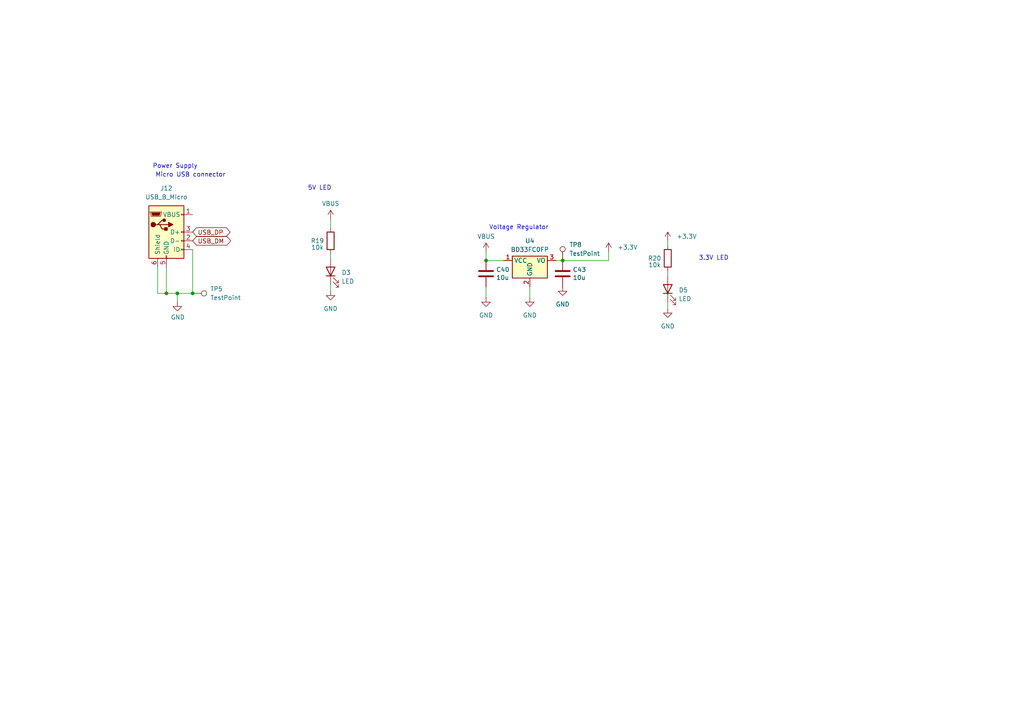
<source format=kicad_sch>
(kicad_sch (version 20250114) (generator "eeschema") (generator_version "9.0")
  (paper "A4")
  (lib_symbols
    (symbol "Connector:TestPoint" (pin_numbers (hide yes)) (pin_names (offset 0.762) (hide yes))
      (property "Reference" "TP" (at 0 6.858 0))
      (property "Value" "TestPoint" (at 0 5.08 0))
      (symbol "TestPoint_0_1"
        (circle (center 0 3.302) (radius 0.762))
      )
      (symbol "TestPoint_1_1"
        (pin passive line (at 0 0 90) (length 2.54) (name "1") (number "1"))
      )
    )
    (symbol "Connector:USB_B_Micro" (pin_names (offset 1.016))
      (property "Reference" "J2" (at 0 12.7 0))
      (property "Value" "USB_B_Micro" (at 0 10.16 0))
      (symbol "USB_B_Micro_0_1"
        (rectangle (start -5.08 -7.62) (end 5.08 7.62) (stroke (width 0.254)) (fill (type background)))
        (polyline (pts (xy -4.699 5.842) (xy -4.699 5.588) (xy -4.445 4.826) (xy -4.445 4.572) (xy -1.651 4.572) (xy -1.651 4.826) (xy -1.397 5.588) (xy -1.397 5.842) (xy -4.699 5.842)))
        (polyline (pts (xy -4.318 5.588) (xy -1.778 5.588) (xy -2.032 4.826) (xy -4.064 4.826) (xy -4.318 5.588)) (fill (type outline)))
        (circle (center -3.81 2.159) (radius 0.635) (stroke (width 0.254)) (fill (type outline)))
        (polyline (pts (xy -3.175 2.159) (xy -2.54 2.159) (xy -1.27 3.429) (xy -0.635 3.429)) (stroke (width 0.254)))
        (polyline (pts (xy -2.54 2.159) (xy -1.905 2.159) (xy -1.27 0.889) (xy 0 0.889)) (stroke (width 0.254)))
        (polyline (pts (xy -1.905 2.159) (xy 0.635 2.159)) (stroke (width 0.254)))
        (circle (center -0.635 3.429) (radius 0.381) (stroke (width 0.254)) (fill (type outline)))
        (rectangle (start -0.127 -7.62) (end 0.127 -6.858))
        (rectangle (start 0.254 1.27) (end -0.508 0.508) (stroke (width 0.254)) (fill (type outline)))
        (polyline (pts (xy 0.635 2.794) (xy 0.635 1.524) (xy 1.905 2.159) (xy 0.635 2.794)) (stroke (width 0.254)) (fill (type outline)))
        (rectangle (start 5.08 4.953) (end 4.318 5.207))
        (rectangle (start 5.08 -0.127) (end 4.318 0.127))
        (rectangle (start 5.08 -2.667) (end 4.318 -2.413))
        (rectangle (start 5.08 -5.207) (end 4.318 -4.953))
      )
      (symbol "USB_B_Micro_1_1"
        (pin passive line (at -2.54 -10.16 90) (length 2.54) (name "Shield") (number "6"))
        (pin power_out line (at 0 -10.16 90) (length 2.54) (name "GND") (number "5"))
        (pin power_out line (at 7.62 5.08 180) (length 2.54) (name "VBUS") (number "1"))
        (pin bidirectional line (at 7.62 0 180) (length 2.54) (name "D+") (number "3"))
        (pin bidirectional line (at 7.62 -2.54 180) (length 2.54) (name "D-") (number "2"))
        (pin passive line (at 7.62 -5.08 180) (length 2.54) (name "ID") (number "4"))
      )
    )
    (symbol "Device:C" (pin_numbers (hide yes)) (pin_names (offset 0.254))
      (property "Reference" "C" (at 0.635 2.54 0))
      (property "Value" "C" (at 0.635 -2.54 0))
      (symbol "C_0_1"
        (polyline (pts (xy -2.032 0.762) (xy 2.032 0.762)) (stroke (width 0.508)))
        (polyline (pts (xy -2.032 -0.762) (xy 2.032 -0.762)) (stroke (width 0.508)))
      )
      (symbol "C_1_1"
        (pin passive line (at 0 3.81 270) (length 2.794) (name "~") (number "1"))
        (pin passive line (at 0 -3.81 90) (length 2.794) (name "~") (number "2"))
      )
    )
    (symbol "Device:LED" (pin_numbers (hide yes)) (pin_names (offset 1.016) (hide yes))
      (property "Reference" "D" (at 0 2.54 0))
      (property "Value" "LED" (at 0 -2.54 0))
      (symbol "LED_0_1"
        (polyline (pts (xy -3.048 -0.762) (xy -4.572 -2.286) (xy -3.81 -2.286) (xy -4.572 -2.286) (xy -4.572 -1.524)))
        (polyline (pts (xy -1.778 -0.762) (xy -3.302 -2.286) (xy -2.54 -2.286) (xy -3.302 -2.286) (xy -3.302 -1.524)))
        (polyline (pts (xy -1.27 0) (xy 1.27 0)))
        (polyline (pts (xy -1.27 -1.27) (xy -1.27 1.27)) (stroke (width 0.254)))
        (polyline (pts (xy 1.27 -1.27) (xy 1.27 1.27) (xy -1.27 0) (xy 1.27 -1.27)) (stroke (width 0.254)))
      )
      (symbol "LED_1_1"
        (pin passive line (at -3.81 0 0) (length 2.54) (name "K") (number "1"))
        (pin passive line (at 3.81 0 180) (length 2.54) (name "A") (number "2"))
      )
    )
    (symbol "Device:R" (pin_numbers (hide yes)) (pin_names (offset 0))
      (property "Reference" "R" (at 2.032 0 90))
      (property "Value" "R" (at 0 0 90))
      (symbol "R_0_1"
        (rectangle (start -1.016 -2.54) (end 1.016 2.54) (stroke (width 0.254)))
      )
      (symbol "R_1_1"
        (pin passive line (at 0 3.81 270) (length 1.27) (name "~") (number "1"))
        (pin passive line (at 0 -3.81 90) (length 1.27) (name "~") (number "2"))
      )
    )
    (symbol "Regulator_Linear:BD33FC0FP"
      (property "Reference" "U" (at 0 7.62 0))
      (property "Value" "BD33FC0FP" (at 0 5.08 0))
      (symbol "BD33FC0FP_1_1"
        (rectangle (start -5.08 -5.08) (end 5.08 1.27) (stroke (width 0.254)) (fill (type background)))
        (pin power_in line (at -7.62 0 0) (length 2.54) (name "VCC") (number "1"))
        (pin power_in line (at 0 -7.62 90) (length 2.54) (name "GND") (number "2"))
        (pin power_out line (at 7.62 0 180) (length 2.54) (name "VO") (number "3"))
      )
    )
    (symbol "power:+3.3V" (power) (pin_numbers (hide yes)) (pin_names (offset 0) (hide yes))
      (property "Value" "+3.3V" (at 0 3.556 0))
      (symbol "+3.3V_0_1"
        (polyline (pts (xy -0.762 1.27) (xy 0 2.54)))
        (polyline (pts (xy 0 2.54) (xy 0.762 1.27)))
        (polyline (pts (xy 0 0) (xy 0 2.54)))
      )
      (symbol "+3.3V_1_1"
        (pin power_in line (at 0 0 90) (length 0) (name "~") (number "1"))
      )
    )
    (symbol "power:GND" (power) (pin_numbers (hide yes)) (pin_names (offset 0) (hide yes))
      (property "Value" "GND" (at 0 -3.81 0))
      (symbol "GND_0_1"
        (polyline (pts (xy 0 0) (xy 0 -1.27) (xy 1.27 -1.27) (xy 0 -2.54) (xy -1.27 -1.27) (xy 0 -1.27)))
      )
      (symbol "GND_1_1"
        (pin power_in line (at 0 0 270) (length 0) (name "~") (number "1"))
      )
    )
    (symbol "power:VBUS" (power) (pin_numbers (hide yes)) (pin_names (offset 0) (hide yes))
      (property "Value" "VBUS" (at 0 3.556 0))
      (symbol "VBUS_0_1"
        (polyline (pts (xy -0.762 1.27) (xy 0 2.54)))
        (polyline (pts (xy 0 2.54) (xy 0.762 1.27)))
        (polyline (pts (xy 0 0) (xy 0 2.54)))
      )
      (symbol "VBUS_1_1"
        (pin power_in line (at 0 0 90) (length 0) (name "~") (number "1"))
      )
    )
  )
  (text "3.3V LED" (at 207.01 74.93 0) (effects (font (size 1.27 1.27))))
  (text "5V LED" (at 92.71 54.61 0) (effects (font (size 1.27 1.27))))
  (text "Micro USB connector" (at 55.245 50.8 0) (effects (font (size 1.27 1.27))))
  (text "Power Supply" (at 50.8 48.26 0) (effects (font (size 1.27 1.27))))
  (text "Voltage Regulator" (at 150.495 66.04 0) (effects (font (size 1.27 1.27))))
  (junction (at 55.88 85.09))
  (junction (at 163.195 75.565))
  (junction (at 51.435 85.09))
  (junction (at 140.97 75.565))
  (junction (at 48.26 85.09))
  (wire (pts (xy 51.435 85.09) (xy 55.88 85.09)))
  (wire (pts (xy 95.885 82.55) (xy 95.885 84.455)))
  (wire (pts (xy 176.53 75.565) (xy 163.195 75.565)))
  (wire (pts (xy 140.97 86.36) (xy 140.97 83.185)))
  (wire (pts (xy 140.97 73.025) (xy 140.97 75.565)))
  (wire (pts (xy 51.435 85.09) (xy 51.435 87.63)))
  (wire (pts (xy 140.97 75.565) (xy 146.05 75.565)))
  (wire (pts (xy 48.26 85.09) (xy 51.435 85.09)))
  (wire (pts (xy 55.88 72.39) (xy 55.88 85.09)))
  (wire (pts (xy 153.67 83.185) (xy 153.67 86.36)))
  (wire (pts (xy 193.675 69.85) (xy 193.675 71.12)))
  (wire (pts (xy 45.72 77.47) (xy 45.72 85.09)))
  (wire (pts (xy 193.675 87.63) (xy 193.675 89.535)))
  (wire (pts (xy 45.72 85.09) (xy 48.26 85.09)))
  (wire (pts (xy 176.53 73.025) (xy 176.53 75.565)))
  (wire (pts (xy 193.675 78.74) (xy 193.675 80.01)))
  (wire (pts (xy 161.29 75.565) (xy 163.195 75.565)))
  (wire (pts (xy 95.885 63.5) (xy 95.885 66.04)))
  (wire (pts (xy 48.26 77.47) (xy 48.26 85.09)))
  (wire (pts (xy 95.885 73.66) (xy 95.885 74.93)))
  (global_label "USB_DP" (shape bidirectional) (at 55.88 67.31 0) (effects (font (thickness 0.1588))) (property "Intersheetrefs" "${INTERSHEET_REFS}" (effects (hide yes))))
  (global_label "USB_DM" (shape bidirectional) (at 55.88 69.85 0) (effects (font (thickness 0.1588))) (property "Intersheetrefs" "${INTERSHEET_REFS}" (effects (hide yes))))
  (symbol (lib_id "power:VBUS") (at 140.97 73.025 0) (unit 1)
    (property "Reference" "#PWR01" (effects (hide yes)))
    (property "Value" "VBUS" (at 140.97 68.58 0))
    (property "Description" "Power symbol creates a global label with name \"VBUS\"" (effects (hide yes)))
  )
  (symbol (lib_id "Device:C") (at 140.97 79.375 0) (unit 1)
    (property "Reference" "C40" (at 143.891 78.2066 0) (effects (justify left)))
    (property "Value" "10u" (at 143.891 80.518 0) (effects (justify left)))
    (property "Footprint" "Capacitor_SMD:C_0402_1005Metric" (effects (hide yes)))
  )
  (symbol (lib_id "power:GND") (at 163.195 83.185 0) (unit 1)
    (property "Reference" "#PWR07" (effects (hide yes)))
    (property "Value" "GND" (at 163.195 88.265 0))
    (property "Description" "Power symbol creates a global label with name \"GND\" , ground" (effects (hide yes)))
  )
  (symbol (lib_id "Connector:TestPoint") (at 163.195 75.565 0) (unit 1)
    (property "Reference" "TP8" (at 165.1 70.9929 0) (effects (justify left)))
    (property "Value" "TestPoint" (at 165.1 73.5329 0) (effects (justify left)))
    (property "Footprint" "1my_footprints:TestPoint_Loop_D1.80mm_Drill1.0mm_Beaded" (effects (hide yes)))
    (property "Description" "test point" (effects (hide yes)))
  )
  (symbol (lib_id "power:+3.3V") (at 193.675 69.85 0) (unit 1)
    (property "Reference" "#PWR094" (effects (hide yes)))
    (property "Value" "+3.3V" (at 196.215 68.5799 0) (effects (justify left)))
    (property "Description" "Power symbol creates a global label with name \"+3.3V\"" (effects (hide yes)))
  )
  (symbol (lib_id "power:VBUS") (at 95.885 63.5 0) (unit 1)
    (property "Reference" "#PWR02" (effects (hide yes)))
    (property "Value" "VBUS" (at 95.885 59.055 0))
    (property "Description" "Power symbol creates a global label with name \"VBUS\"" (effects (hide yes)))
  )
  (symbol (lib_id "Device:LED") (at 95.885 78.74 90) (unit 1)
    (property "Reference" "D3" (at 99.06 79.0574 90) (effects (justify right)))
    (property "Value" "LED" (at 99.06 81.5974 90) (effects (justify right)))
    (property "Footprint" "LED_SMD:LED_0603_1608Metric" (effects (hide yes)))
    (property "Description" "Light emitting diode" (effects (hide yes)))
    (property "Sim.Pins" "1=K 2=A" (effects (hide yes)))
  )
  (symbol (lib_id "power:GND") (at 153.67 86.36 0) (unit 1)
    (property "Reference" "#PWR06" (effects (hide yes)))
    (property "Value" "GND" (at 153.67 91.44 0))
    (property "Description" "Power symbol creates a global label with name \"GND\" , ground" (effects (hide yes)))
  )
  (symbol (lib_id "Device:R") (at 95.885 69.85 0) (unit 1)
    (property "Reference" "R19" (at 92.075 69.85 0))
    (property "Value" "10k" (at 92.075 71.755 0))
    (property "Footprint" "Resistor_SMD:R_0402_1005Metric" (effects (hide yes)))
  )
  (symbol (lib_id "power:GND") (at 140.97 86.36 0) (unit 1)
    (property "Reference" "#PWR087" (effects (hide yes)))
    (property "Value" "GND" (at 140.97 91.44 0))
    (property "Description" "Power symbol creates a global label with name \"GND\" , ground" (effects (hide yes)))
  )
  (symbol (lib_id "Regulator_Linear:BD33FC0FP") (at 153.67 75.565 0) (unit 1)
    (property "Reference" "U4" (at 153.67 69.85 0))
    (property "Value" "BD33FC0FP" (at 153.67 72.39 0))
    (property "Footprint" "Package_TO_SOT_SMD:TO-252-2" (effects (hide yes)))
    (property "Datasheet" "https://fscdn.rohm.com/en/products/databook/datasheet/ic/power/linear_regulator/bdxxfc0wefj-e.pdf" (effects (hide yes)))
    (property "Description" "1A, 3.3V LDO regulator with OVP & TSP, without enable, TO-252" (effects (hide yes)))
  )
  (symbol (lib_id "power:GND") (at 51.435 87.63 0) (unit 1)
    (property "Reference" "#PWR0111" (effects (hide yes)))
    (property "Value" "GND" (at 51.562 92.0242 0))
  )
  (symbol (lib_id "Connector:TestPoint") (at 55.88 85.09 270) (unit 1)
    (property "Reference" "TP5" (at 60.96 83.8199 90) (effects (justify left)))
    (property "Value" "TestPoint" (at 60.96 86.3599 90) (effects (justify left)))
    (property "Footprint" "1my_footprints:TestPoint_Loop_D1.80mm_Drill1.0mm_Beaded" (effects (hide yes)))
    (property "Description" "test point" (effects (hide yes)))
  )
  (symbol (lib_id "Device:C") (at 163.195 79.375 0) (unit 1)
    (property "Reference" "C43" (at 166.116 78.2066 0) (effects (justify left)))
    (property "Value" "10u" (at 166.116 80.518 0) (effects (justify left)))
    (property "Footprint" "Capacitor_SMD:C_0402_1005Metric" (effects (hide yes)))
  )
  (symbol (lib_id "power:GND") (at 95.885 84.455 0) (unit 1)
    (property "Reference" "#PWR089" (effects (hide yes)))
    (property "Value" "GND" (at 95.885 89.535 0))
    (property "Description" "Power symbol creates a global label with name \"GND\" , ground" (effects (hide yes)))
  )
  (symbol (lib_id "Connector:USB_B_Micro") (at 48.26 67.31 0) (unit 1)
    (property "Reference" "J12" (at 48.26 54.61 0))
    (property "Value" "USB_B_Micro" (at 48.26 57.15 0))
    (property "Footprint" "1my_footprints:microUSB" (effects (hide yes)))
    (property "Description" "USB Micro Type B connector" (effects (hide yes)))
  )
  (symbol (lib_id "power:GND") (at 193.675 89.535 0) (unit 1)
    (property "Reference" "#PWR093" (effects (hide yes)))
    (property "Value" "GND" (at 193.675 94.615 0))
    (property "Description" "Power symbol creates a global label with name \"GND\" , ground" (effects (hide yes)))
  )
  (symbol (lib_id "power:+3.3V") (at 176.53 73.025 0) (unit 1)
    (property "Reference" "#PWR088" (effects (hide yes)))
    (property "Value" "+3.3V" (at 179.07 71.7549 0) (effects (justify left)))
    (property "Description" "Power symbol creates a global label with name \"+3.3V\"" (effects (hide yes)))
  )
  (symbol (lib_id "Device:LED") (at 193.675 83.82 90) (unit 1)
    (property "Reference" "D5" (at 196.85 84.1374 90) (effects (justify right)))
    (property "Value" "LED" (at 196.85 86.6774 90) (effects (justify right)))
    (property "Footprint" "LED_SMD:LED_0603_1608Metric" (effects (hide yes)))
    (property "Description" "Light emitting diode" (effects (hide yes)))
    (property "Sim.Pins" "1=K 2=A" (effects (hide yes)))
  )
  (symbol (lib_id "Device:R") (at 193.675 74.93 0) (unit 1)
    (property "Reference" "R20" (at 189.865 74.93 0))
    (property "Value" "10k" (at 189.865 76.835 0))
    (property "Footprint" "Resistor_SMD:R_0402_1005Metric" (effects (hide yes)))
  )
)
</source>
